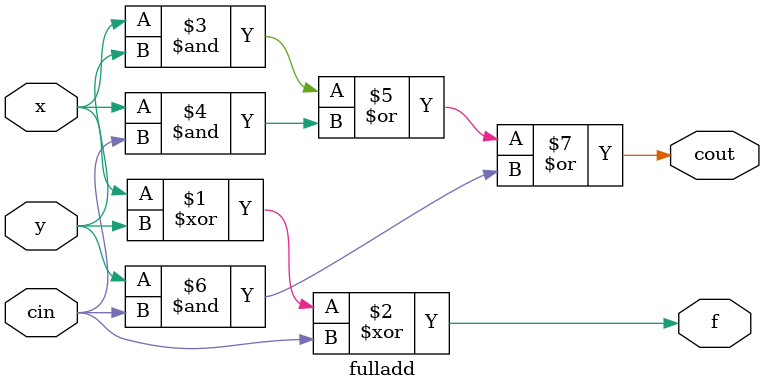
<source format=v>
`timescale 1ns / 1ps

module fulladd (input cin,x,y,output f,cout);
	//wire[1:0] cout;
	assign f = x^y^cin;
	assign cout = (x & y) | (x & cin) | (y & cin);
endmodule


</source>
